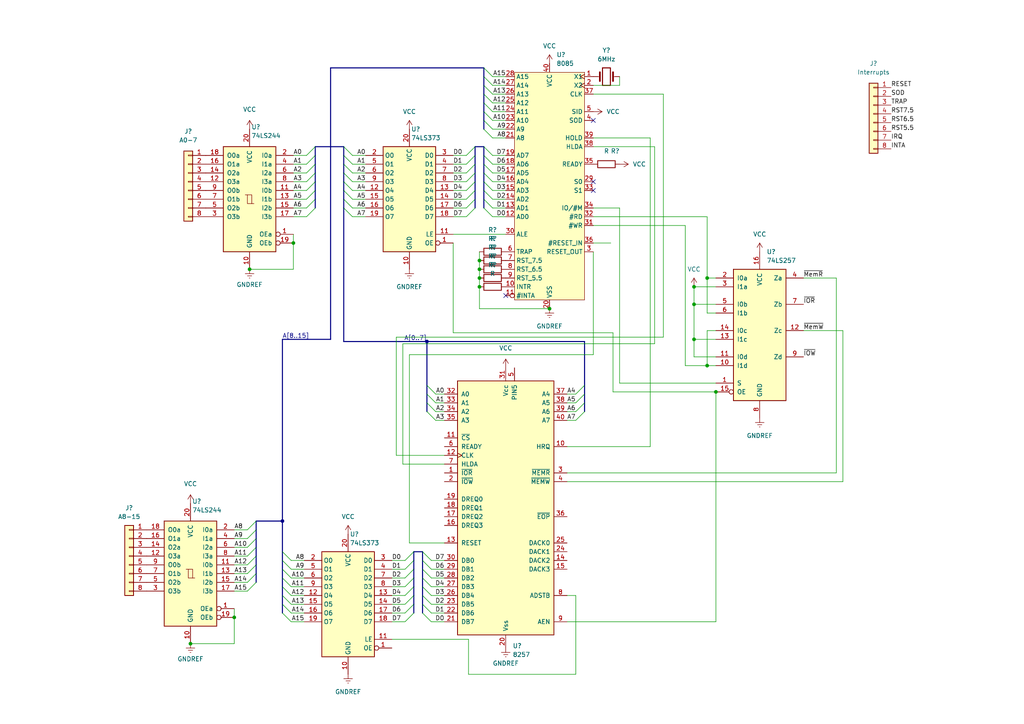
<source format=kicad_sch>
(kicad_sch (version 20211123) (generator eeschema)
  (paper "A4")
  (lib_symbols
    (symbol "74xx:74LS244" (pin_names (offset 1.016))
      (property "Reference" "U" (at -7.62 16.51 0))
      (property "Value" "74LS244" (at -7.62 -16.51 0))
      (symbol "74LS244_1_0"
        (polyline (pts (xy -0.635 -1.27) (xy -0.635 1.27) (xy 0.635 1.27)))
        (polyline (pts (xy -1.27 -1.27) (xy 0.635 -1.27) (xy 0.635 1.27) (xy 1.27 1.27)))
        (pin input inverted (at -12.7 -10.16 0) (length 5.08) (name "OEa") (number "1"))
        (pin power_in line (at 0 -20.32 90) (length 5.08) (name "GND") (number "10"))
        (pin input line (at -12.7 2.54 0) (length 5.08) (name "I0b") (number "11"))
        (pin tri_state line (at 12.7 5.08 180) (length 5.08) (name "O3a") (number "12"))
        (pin input line (at -12.7 0 0) (length 5.08) (name "I1b") (number "13"))
        (pin tri_state line (at 12.7 7.62 180) (length 5.08) (name "O2a") (number "14"))
        (pin input line (at -12.7 -2.54 0) (length 5.08) (name "I2b") (number "15"))
        (pin tri_state line (at 12.7 10.16 180) (length 5.08) (name "O1a") (number "16"))
        (pin input line (at -12.7 -5.08 0) (length 5.08) (name "I3b") (number "17"))
        (pin tri_state line (at 12.7 12.7 180) (length 5.08) (name "O0a") (number "18"))
        (pin input inverted (at -12.7 -12.7 0) (length 5.08) (name "OEb") (number "19"))
        (pin input line (at -12.7 12.7 0) (length 5.08) (name "I0a") (number "2"))
        (pin power_in line (at 0 20.32 270) (length 5.08) (name "VCC") (number "20"))
        (pin tri_state line (at 12.7 -5.08 180) (length 5.08) (name "O3b") (number "3"))
        (pin input line (at -12.7 10.16 0) (length 5.08) (name "I1a") (number "4"))
        (pin tri_state line (at 12.7 -2.54 180) (length 5.08) (name "O2b") (number "5"))
        (pin input line (at -12.7 7.62 0) (length 5.08) (name "I2a") (number "6"))
        (pin tri_state line (at 12.7 0 180) (length 5.08) (name "O1b") (number "7"))
        (pin input line (at -12.7 5.08 0) (length 5.08) (name "I3a") (number "8"))
        (pin tri_state line (at 12.7 2.54 180) (length 5.08) (name "O0b") (number "9"))
      )
      (symbol "74LS244_1_1"
        (rectangle (start -7.62 15.24) (end 7.62 -15.24) (stroke (width 0.254)) (fill (type background)))
      )
    )
    (symbol "74xx:74LS257" (pin_names (offset 1.016))
      (property "Reference" "U" (at -7.62 19.05 0))
      (property "Value" "74LS257" (at -7.62 -21.59 0))
      (symbol "74LS257_1_0"
        (pin input line (at -12.7 -15.24 0) (length 5.08) (name "S") (number "1"))
        (pin input line (at -12.7 -10.16 0) (length 5.08) (name "I1d") (number "10"))
        (pin input line (at -12.7 -7.62 0) (length 5.08) (name "I0d") (number "11"))
        (pin tri_state line (at 12.7 0 180) (length 5.08) (name "Zc") (number "12"))
        (pin input line (at -12.7 -2.54 0) (length 5.08) (name "I1c") (number "13"))
        (pin input line (at -12.7 0 0) (length 5.08) (name "I0c") (number "14"))
        (pin input inverted (at -12.7 -17.78 0) (length 5.08) (name "OE") (number "15"))
        (pin power_in line (at 0 22.86 270) (length 5.08) (name "VCC") (number "16"))
        (pin input line (at -12.7 15.24 0) (length 5.08) (name "I0a") (number "2"))
        (pin input line (at -12.7 12.7 0) (length 5.08) (name "I1a") (number "3"))
        (pin tri_state line (at 12.7 15.24 180) (length 5.08) (name "Za") (number "4"))
        (pin input line (at -12.7 7.62 0) (length 5.08) (name "I0b") (number "5"))
        (pin input line (at -12.7 5.08 0) (length 5.08) (name "I1b") (number "6"))
        (pin tri_state line (at 12.7 7.62 180) (length 5.08) (name "Zb") (number "7"))
        (pin power_in line (at 0 -25.4 90) (length 5.08) (name "GND") (number "8"))
        (pin tri_state line (at 12.7 -7.62 180) (length 5.08) (name "Zd") (number "9"))
      )
      (symbol "74LS257_1_1"
        (rectangle (start -7.62 17.78) (end 7.62 -20.32) (stroke (width 0.254)) (fill (type background)))
      )
    )
    (symbol "74xx:74LS373"
      (property "Reference" "U" (at -7.62 16.51 0))
      (property "Value" "74LS373" (at -7.62 -16.51 0))
      (symbol "74LS373_1_0"
        (pin input inverted (at -12.7 -12.7 0) (length 5.08) (name "OE") (number "1"))
        (pin power_in line (at 0 -20.32 90) (length 5.08) (name "GND") (number "10"))
        (pin input line (at -12.7 -10.16 0) (length 5.08) (name "LE") (number "11"))
        (pin tri_state line (at 12.7 2.54 180) (length 5.08) (name "O4") (number "12"))
        (pin input line (at -12.7 2.54 0) (length 5.08) (name "D4") (number "13"))
        (pin input line (at -12.7 0 0) (length 5.08) (name "D5") (number "14"))
        (pin tri_state line (at 12.7 0 180) (length 5.08) (name "O5") (number "15"))
        (pin tri_state line (at 12.7 -2.54 180) (length 5.08) (name "O6") (number "16"))
        (pin input line (at -12.7 -2.54 0) (length 5.08) (name "D6") (number "17"))
        (pin input line (at -12.7 -5.08 0) (length 5.08) (name "D7") (number "18"))
        (pin tri_state line (at 12.7 -5.08 180) (length 5.08) (name "O7") (number "19"))
        (pin tri_state line (at 12.7 12.7 180) (length 5.08) (name "O0") (number "2"))
        (pin power_in line (at 0 20.32 270) (length 5.08) (name "VCC") (number "20"))
        (pin input line (at -12.7 12.7 0) (length 5.08) (name "D0") (number "3"))
        (pin input line (at -12.7 10.16 0) (length 5.08) (name "D1") (number "4"))
        (pin tri_state line (at 12.7 10.16 180) (length 5.08) (name "O1") (number "5"))
        (pin tri_state line (at 12.7 7.62 180) (length 5.08) (name "O2") (number "6"))
        (pin input line (at -12.7 7.62 0) (length 5.08) (name "D2") (number "7"))
        (pin input line (at -12.7 5.08 0) (length 5.08) (name "D3") (number "8"))
        (pin tri_state line (at 12.7 5.08 180) (length 5.08) (name "O3") (number "9"))
      )
      (symbol "74LS373_1_1"
        (rectangle (start -7.62 15.24) (end 7.62 -15.24) (stroke (width 0.254)) (fill (type background)))
      )
    )
    (symbol "Connector_Generic:Conn_01x08" (pin_names (offset 1.016) hide)
      (property "Reference" "J" (at 0 10.16 0))
      (property "Value" "Conn_01x08" (at 0 -12.7 0))
      (symbol "Conn_01x08_1_1"
        (rectangle (start -1.27 -10.033) (end 0 -10.287) (stroke (width 0.1524)))
        (rectangle (start -1.27 -7.493) (end 0 -7.747) (stroke (width 0.1524)))
        (rectangle (start -1.27 -4.953) (end 0 -5.207) (stroke (width 0.1524)))
        (rectangle (start -1.27 -2.413) (end 0 -2.667) (stroke (width 0.1524)))
        (rectangle (start -1.27 0.127) (end 0 -0.127) (stroke (width 0.1524)))
        (rectangle (start -1.27 2.667) (end 0 2.413) (stroke (width 0.1524)))
        (rectangle (start -1.27 5.207) (end 0 4.953) (stroke (width 0.1524)))
        (rectangle (start -1.27 7.747) (end 0 7.493) (stroke (width 0.1524)))
        (rectangle (start -1.27 8.89) (end 1.27 -11.43) (stroke (width 0.254)) (fill (type background)))
        (pin passive line (at -5.08 7.62 0) (length 3.81) (name "Pin_1") (number "1"))
        (pin passive line (at -5.08 5.08 0) (length 3.81) (name "Pin_2") (number "2"))
        (pin passive line (at -5.08 2.54 0) (length 3.81) (name "Pin_3") (number "3"))
        (pin passive line (at -5.08 0 0) (length 3.81) (name "Pin_4") (number "4"))
        (pin passive line (at -5.08 -2.54 0) (length 3.81) (name "Pin_5") (number "5"))
        (pin passive line (at -5.08 -5.08 0) (length 3.81) (name "Pin_6") (number "6"))
        (pin passive line (at -5.08 -7.62 0) (length 3.81) (name "Pin_7") (number "7"))
        (pin passive line (at -5.08 -10.16 0) (length 3.81) (name "Pin_8") (number "8"))
      )
    )
    (symbol "Device:Crystal" (pin_numbers hide) (pin_names (offset 1.016) hide)
      (property "Reference" "Y" (at 0 3.81 0))
      (property "Value" "Crystal" (at 0 -3.81 0))
      (symbol "Crystal_0_1"
        (rectangle (start -1.143 2.54) (end 1.143 -2.54) (stroke (width 0.3048)))
        (polyline (pts (xy -2.54 0) (xy -1.905 0)))
        (polyline (pts (xy -1.905 -1.27) (xy -1.905 1.27)) (stroke (width 0.508)))
        (polyline (pts (xy 1.905 -1.27) (xy 1.905 1.27)) (stroke (width 0.508)))
        (polyline (pts (xy 2.54 0) (xy 1.905 0)))
      )
      (symbol "Crystal_1_1"
        (pin passive line (at -3.81 0 0) (length 1.27) (name "1") (number "1"))
        (pin passive line (at 3.81 0 180) (length 1.27) (name "2") (number "2"))
      )
    )
    (symbol "Device:R" (pin_numbers hide) (pin_names (offset 0))
      (property "Reference" "R" (at 2.032 0 90))
      (property "Value" "R" (at 0 0 90))
      (symbol "R_0_1"
        (rectangle (start -1.016 -2.54) (end 1.016 2.54) (stroke (width 0.254)))
      )
      (symbol "R_1_1"
        (pin passive line (at 0 3.81 270) (length 1.27) (name "~") (number "1"))
        (pin passive line (at 0 -3.81 90) (length 1.27) (name "~") (number "2"))
      )
    )
    (symbol "Interface:8237" (pin_names (offset 1.016))
      (property "Reference" "U" (at -13.97 38.1 0))
      (property "Value" "8237" (at 8.89 38.1 0))
      (symbol "8237_1_1"
        (rectangle (start -13.97 -36.83) (end 13.97 36.83) (stroke (width 0.254)) (fill (type background)))
        (pin bidirectional line (at -17.78 10.16 0) (length 3.81) (name "~{IOR}") (number "1"))
        (pin output line (at 17.78 17.78 180) (length 3.81) (name "HRQ") (number "10"))
        (pin input line (at -17.78 20.32 0) (length 3.81) (name "~{CS}") (number "11"))
        (pin input clock (at -17.78 15.24 0) (length 3.81) (name "CLK") (number "12"))
        (pin input line (at -17.78 -10.16 0) (length 3.81) (name "RESET") (number "13"))
        (pin output line (at 17.78 -15.24 180) (length 3.81) (name "DACK2") (number "14"))
        (pin output line (at 17.78 -17.78 180) (length 3.81) (name "DACK3") (number "15"))
        (pin input line (at -17.78 -5.08 0) (length 3.81) (name "DREQ3") (number "16"))
        (pin input line (at -17.78 -2.54 0) (length 3.81) (name "DREQ2") (number "17"))
        (pin input line (at -17.78 0 0) (length 3.81) (name "DREQ1") (number "18"))
        (pin input line (at -17.78 2.54 0) (length 3.81) (name "DREQ0") (number "19"))
        (pin bidirectional line (at -17.78 7.62 0) (length 3.81) (name "~{IOW}") (number "2"))
        (pin power_in line (at 0 -40.64 90) (length 3.81) (name "Vss") (number "20"))
        (pin bidirectional line (at -17.78 -33.02 0) (length 3.81) (name "DB7") (number "21"))
        (pin bidirectional line (at -17.78 -30.48 0) (length 3.81) (name "DB6") (number "22"))
        (pin bidirectional line (at -17.78 -27.94 0) (length 3.81) (name "DB5") (number "23"))
        (pin output line (at 17.78 -12.7 180) (length 3.81) (name "DACK1") (number "24"))
        (pin output line (at 17.78 -10.16 180) (length 3.81) (name "DACK0") (number "25"))
        (pin bidirectional line (at -17.78 -25.4 0) (length 3.81) (name "DB4") (number "26"))
        (pin bidirectional line (at -17.78 -22.86 0) (length 3.81) (name "DB3") (number "27"))
        (pin bidirectional line (at -17.78 -20.32 0) (length 3.81) (name "DB2") (number "28"))
        (pin bidirectional line (at -17.78 -17.78 0) (length 3.81) (name "DB1") (number "29"))
        (pin tri_state line (at 17.78 10.16 180) (length 3.81) (name "~{MEMR}") (number "3"))
        (pin bidirectional line (at -17.78 -15.24 0) (length 3.81) (name "DB0") (number "30"))
        (pin power_in line (at 0 40.64 270) (length 3.81) (name "Vcc") (number "31"))
        (pin bidirectional line (at -17.78 33.02 0) (length 3.81) (name "A0") (number "32"))
        (pin bidirectional line (at -17.78 30.48 0) (length 3.81) (name "A1") (number "33"))
        (pin bidirectional line (at -17.78 27.94 0) (length 3.81) (name "A2") (number "34"))
        (pin bidirectional line (at -17.78 25.4 0) (length 3.81) (name "A3") (number "35"))
        (pin bidirectional line (at 17.78 -2.54 180) (length 3.81) (name "~{EOP}") (number "36"))
        (pin tri_state line (at 17.78 33.02 180) (length 3.81) (name "A4") (number "37"))
        (pin tri_state line (at 17.78 30.48 180) (length 3.81) (name "A5") (number "38"))
        (pin tri_state line (at 17.78 27.94 180) (length 3.81) (name "A6") (number "39"))
        (pin tri_state line (at 17.78 7.62 180) (length 3.81) (name "~{MEMW}") (number "4"))
        (pin tri_state line (at 17.78 25.4 180) (length 3.81) (name "A7") (number "40"))
        (pin input line (at 2.54 40.64 270) (length 3.81) (name "PIN5") (number "5"))
        (pin input line (at -17.78 17.78 0) (length 3.81) (name "READY") (number "6"))
        (pin input line (at -17.78 12.7 0) (length 3.81) (name "HLDA") (number "7"))
        (pin output line (at 17.78 -25.4 180) (length 3.81) (name "ADSTB") (number "8"))
        (pin output line (at 17.78 -33.02 180) (length 3.81) (name "AEN") (number "9"))
      )
    )
    (symbol "intel-mcs-85:8085"
      (property "Reference" "U" (at -8.89 29.21 0))
      (property "Value" "8085" (at 7.62 29.21 0))
      (symbol "8085_0_1"
        (rectangle (start -10.16 27.94) (end 10.16 -38.1) (fill (type background)))
      )
      (symbol "8085_1_1"
        (pin input clock (at 12.7 26.67 180) (length 2.54) (name "X1") (number "1"))
        (pin input line (at -12.7 -34.29 0) (length 2.54) (name "INTR") (number "10"))
        (pin input inverted (at -12.7 -36.83 0) (length 2.54) (name "#INTA") (number "11"))
        (pin bidirectional line (at -12.7 -13.97 0) (length 2.54) (name "AD0") (number "12"))
        (pin bidirectional line (at -12.7 -11.43 0) (length 2.54) (name "AD1") (number "13"))
        (pin bidirectional line (at -12.7 -8.89 0) (length 2.54) (name "AD2") (number "14"))
        (pin bidirectional line (at -12.7 -6.35 0) (length 2.54) (name "AD3") (number "15"))
        (pin bidirectional line (at -12.7 -3.81 0) (length 2.54) (name "AD4") (number "16"))
        (pin bidirectional line (at -12.7 -1.27 0) (length 2.54) (name "AD5") (number "17"))
        (pin bidirectional line (at -12.7 1.27 0) (length 2.54) (name "AD6") (number "18"))
        (pin bidirectional line (at -12.7 3.81 0) (length 2.54) (name "AD7") (number "19"))
        (pin input clock (at 12.7 24.13 180) (length 2.54) (name "X2") (number "2"))
        (pin power_in line (at 0 -40.64 90) (length 2.54) (name "VSS") (number "20"))
        (pin tri_state line (at -12.7 8.89 0) (length 2.54) (name "A8") (number "21"))
        (pin tri_state line (at -12.7 11.43 0) (length 2.54) (name "A9") (number "22"))
        (pin tri_state line (at -12.7 13.97 0) (length 2.54) (name "A10") (number "23"))
        (pin tri_state line (at -12.7 16.51 0) (length 2.54) (name "A11") (number "24"))
        (pin tri_state line (at -12.7 19.05 0) (length 2.54) (name "A12") (number "25"))
        (pin tri_state line (at -12.7 21.59 0) (length 2.54) (name "A13") (number "26"))
        (pin tri_state line (at -12.7 24.13 0) (length 2.54) (name "A14") (number "27"))
        (pin tri_state line (at -12.7 26.67 0) (length 2.54) (name "A15") (number "28"))
        (pin output line (at 12.7 -3.81 180) (length 2.54) (name "S0") (number "29"))
        (pin output line (at 12.7 -24.13 180) (length 2.54) (name "RESET_OUT") (number "3"))
        (pin output line (at -12.7 -19.05 0) (length 2.54) (name "ALE") (number "30"))
        (pin tri_state line (at 12.7 -16.51 180) (length 2.54) (name "#WR") (number "31"))
        (pin tri_state line (at 12.7 -13.97 180) (length 2.54) (name "#RD") (number "32"))
        (pin output line (at 12.7 -6.35 180) (length 2.54) (name "S1") (number "33"))
        (pin tri_state line (at 12.7 -11.43 180) (length 2.54) (name "IO/#M") (number "34"))
        (pin input line (at 12.7 1.27 180) (length 2.54) (name "READY") (number "35"))
        (pin input line (at 12.7 -21.59 180) (length 2.54) (name "#RESET_IN") (number "36"))
        (pin output line (at 12.7 21.59 180) (length 2.54) (name "CLK") (number "37"))
        (pin output line (at 12.7 6.35 180) (length 2.54) (name "HLDA") (number "38"))
        (pin input line (at 12.7 8.89 180) (length 2.54) (name "HOLD") (number "39"))
        (pin output line (at 12.7 13.97 180) (length 2.54) (name "SOD") (number "4"))
        (pin power_in line (at 0 30.48 270) (length 2.54) (name "VCC") (number "40"))
        (pin input line (at 12.7 16.51 180) (length 2.54) (name "SID") (number "5"))
        (pin input line (at -12.7 -24.13 0) (length 2.54) (name "TRAP") (number "6"))
        (pin input line (at -12.7 -26.67 0) (length 2.54) (name "RST_7.5") (number "7"))
        (pin input line (at -12.7 -29.21 0) (length 2.54) (name "RST_6.5") (number "8"))
        (pin input line (at -12.7 -31.75 0) (length 2.54) (name "RST_5.5") (number "9"))
      )
    )
    (symbol "power:GNDREF" (power) (pin_names (offset 0))
      (property "Value" "GNDREF" (at 0 -3.81 0))
      (symbol "GNDREF_0_1"
        (polyline (pts (xy -0.635 -1.905) (xy 0.635 -1.905)))
        (polyline (pts (xy -0.127 -2.54) (xy 0.127 -2.54)))
        (polyline (pts (xy 0 -1.27) (xy 0 0)))
        (polyline (pts (xy 1.27 -1.27) (xy -1.27 -1.27)))
      )
      (symbol "GNDREF_1_1"
        (pin power_in line (at 0 0 270) (length 0) hide (name "GNDREF") (number "1"))
      )
    )
    (symbol "power:VCC" (power) (pin_names (offset 0))
      (property "Value" "VCC" (at 0 3.81 0))
      (symbol "VCC_0_1"
        (polyline (pts (xy -0.762 1.27) (xy 0 2.54)))
        (polyline (pts (xy 0 0) (xy 0 2.54)))
        (polyline (pts (xy 0 2.54) (xy 0.762 1.27)))
      )
      (symbol "VCC_1_1"
        (pin power_in line (at 0 0 90) (length 0) hide (name "VCC") (number "1"))
      )
    )
  )
  (junction (at 123.825 99.06))
  (junction (at 201.295 98.425))
  (junction (at 55.245 186.69))
  (junction (at 205.105 106.045))
  (junction (at 207.645 113.665))
  (junction (at 139.065 80.645))
  (junction (at 81.915 151.13))
  (junction (at 139.065 75.565))
  (junction (at 85.09 70.485))
  (junction (at 201.295 83.185))
  (junction (at 201.295 88.265))
  (junction (at 205.105 80.645))
  (junction (at 67.945 179.07))
  (junction (at 72.39 78.105))
  (junction (at 139.065 83.185))
  (junction (at 159.385 89.535))
  (junction (at 139.065 78.105))
  (no_connect (at 172.085 34.925))
  (no_connect (at 146.685 85.725))
  (no_connect (at 172.085 55.245))
  (no_connect (at 172.085 52.705))
  (bus_entry (at 169.545 111.76) (size -2.54 2.54))
  (bus_entry (at 81.915 172.72) (size 2.54 2.54))
  (bus_entry (at 81.915 165.1) (size 2.54 2.54))
  (bus_entry (at 122.555 167.64) (size 2.54 2.54))
  (bus_entry (at 81.915 162.56) (size 2.54 2.54))
  (bus_entry (at 140.335 24.765) (size 2.54 2.54))
  (bus_entry (at 91.44 60.325) (size -2.54 2.54))
  (bus_entry (at 81.915 167.64) (size 2.54 2.54))
  (bus_entry (at 140.335 60.325) (size 2.54 2.54))
  (bus_entry (at 120.015 167.64) (size -2.54 2.54))
  (bus_entry (at 123.825 116.84) (size 2.54 2.54))
  (bus_entry (at 122.555 175.26) (size 2.54 2.54))
  (bus_entry (at 123.825 114.3) (size 2.54 2.54))
  (bus_entry (at 140.335 47.625) (size 2.54 2.54))
  (bus_entry (at 120.015 170.18) (size -2.54 2.54))
  (bus_entry (at 122.555 162.56) (size 2.54 2.54))
  (bus_entry (at 169.545 119.38) (size -2.54 2.54))
  (bus_entry (at 140.335 42.545) (size 2.54 2.54))
  (bus_entry (at 140.335 34.925) (size 2.54 2.54))
  (bus_entry (at 122.555 165.1) (size 2.54 2.54))
  (bus_entry (at 140.335 29.845) (size 2.54 2.54))
  (bus_entry (at 122.555 170.18) (size 2.54 2.54))
  (bus_entry (at 120.015 162.56) (size -2.54 2.54))
  (bus_entry (at 140.335 50.165) (size 2.54 2.54))
  (bus_entry (at 140.335 52.705) (size 2.54 2.54))
  (bus_entry (at 140.335 57.785) (size 2.54 2.54))
  (bus_entry (at 122.555 160.02) (size 2.54 2.54))
  (bus_entry (at 74.295 168.91) (size -2.54 2.54))
  (bus_entry (at 81.915 177.8) (size 2.54 2.54))
  (bus_entry (at 140.335 27.305) (size 2.54 2.54))
  (bus_entry (at 120.015 160.02) (size -2.54 2.54))
  (bus_entry (at 169.545 116.84) (size -2.54 2.54))
  (bus_entry (at 74.295 163.83) (size -2.54 2.54))
  (bus_entry (at 137.795 55.245) (size -2.54 2.54))
  (bus_entry (at 137.795 50.165) (size -2.54 2.54))
  (bus_entry (at 74.295 158.75) (size -2.54 2.54))
  (bus_entry (at 74.295 156.21) (size -2.54 2.54))
  (bus_entry (at 91.44 57.785) (size -2.54 2.54))
  (bus_entry (at 137.795 47.625) (size -2.54 2.54))
  (bus_entry (at 169.545 114.3) (size -2.54 2.54))
  (bus_entry (at 81.915 170.18) (size 2.54 2.54))
  (bus_entry (at 140.335 55.245) (size 2.54 2.54))
  (bus_entry (at 99.695 42.545) (size 2.54 2.54))
  (bus_entry (at 140.335 32.385) (size 2.54 2.54))
  (bus_entry (at 140.335 19.685) (size 2.54 2.54))
  (bus_entry (at 91.44 55.245) (size -2.54 2.54))
  (bus_entry (at 120.015 165.1) (size -2.54 2.54))
  (bus_entry (at 91.44 47.625) (size -2.54 2.54))
  (bus_entry (at 81.915 175.26) (size 2.54 2.54))
  (bus_entry (at 123.825 111.76) (size 2.54 2.54))
  (bus_entry (at 99.695 45.085) (size 2.54 2.54))
  (bus_entry (at 140.335 45.085) (size 2.54 2.54))
  (bus_entry (at 123.825 119.38) (size 2.54 2.54))
  (bus_entry (at 74.295 166.37) (size -2.54 2.54))
  (bus_entry (at 122.555 172.72) (size 2.54 2.54))
  (bus_entry (at 74.295 161.29) (size -2.54 2.54))
  (bus_entry (at 137.795 60.325) (size -2.54 2.54))
  (bus_entry (at 81.915 160.02) (size 2.54 2.54))
  (bus_entry (at 137.795 57.785) (size -2.54 2.54))
  (bus_entry (at 99.695 50.165) (size 2.54 2.54))
  (bus_entry (at 91.44 45.085) (size -2.54 2.54))
  (bus_entry (at 99.695 60.325) (size 2.54 2.54))
  (bus_entry (at 137.795 42.545) (size -2.54 2.54))
  (bus_entry (at 120.015 177.8) (size -2.54 2.54))
  (bus_entry (at 99.695 47.625) (size 2.54 2.54))
  (bus_entry (at 91.44 52.705) (size -2.54 2.54))
  (bus_entry (at 140.335 37.465) (size 2.54 2.54))
  (bus_entry (at 99.695 55.245) (size 2.54 2.54))
  (bus_entry (at 137.795 45.085) (size -2.54 2.54))
  (bus_entry (at 120.015 175.26) (size -2.54 2.54))
  (bus_entry (at 140.335 22.225) (size 2.54 2.54))
  (bus_entry (at 120.015 172.72) (size -2.54 2.54))
  (bus_entry (at 74.295 151.13) (size -2.54 2.54))
  (bus_entry (at 91.44 42.545) (size -2.54 2.54))
  (bus_entry (at 137.795 52.705) (size -2.54 2.54))
  (bus_entry (at 91.44 50.165) (size -2.54 2.54))
  (bus_entry (at 99.695 57.785) (size 2.54 2.54))
  (bus_entry (at 99.695 52.705) (size 2.54 2.54))
  (bus_entry (at 74.295 153.67) (size -2.54 2.54))
  (bus_entry (at 122.555 177.8) (size 2.54 2.54))
  (wire (pts (xy 164.465 139.7) (xy 244.475 139.7)))
  (wire (pts (xy 71.755 153.67) (xy 67.945 153.67)))
  (bus (pts (xy 81.915 175.26) (xy 81.915 177.8)))
  (wire (pts (xy 172.085 65.405) (xy 198.755 65.405)))
  (wire (pts (xy 125.095 170.18) (xy 128.905 170.18)))
  (wire (pts (xy 201.295 98.425) (xy 207.645 98.425)))
  (wire (pts (xy 142.875 27.305) (xy 146.685 27.305)))
  (wire (pts (xy 177.8 113.665) (xy 207.645 113.665)))
  (wire (pts (xy 135.255 57.785) (xy 131.445 57.785)))
  (bus (pts (xy 122.555 170.18) (xy 122.555 172.72)))
  (bus (pts (xy 137.795 60.325) (xy 137.795 57.785)))
  (wire (pts (xy 102.235 57.785) (xy 106.045 57.785)))
  (wire (pts (xy 167.005 195.58) (xy 167.005 172.72)))
  (wire (pts (xy 205.105 80.645) (xy 205.105 62.865)))
  (wire (pts (xy 71.755 156.21) (xy 67.945 156.21)))
  (wire (pts (xy 135.255 52.705) (xy 131.445 52.705)))
  (wire (pts (xy 84.455 165.1) (xy 88.265 165.1)))
  (wire (pts (xy 188.595 129.54) (xy 164.465 129.54)))
  (wire (pts (xy 128.905 134.62) (xy 116.84 134.62)))
  (bus (pts (xy 137.795 52.705) (xy 137.795 50.165)))
  (wire (pts (xy 117.475 175.26) (xy 113.665 175.26)))
  (bus (pts (xy 140.335 34.925) (xy 140.335 37.465)))
  (bus (pts (xy 137.795 55.245) (xy 137.795 52.705)))
  (wire (pts (xy 135.255 45.085) (xy 131.445 45.085)))
  (wire (pts (xy 142.875 34.925) (xy 146.685 34.925)))
  (bus (pts (xy 137.795 50.165) (xy 137.795 47.625)))
  (wire (pts (xy 84.455 175.26) (xy 88.265 175.26)))
  (wire (pts (xy 142.875 50.165) (xy 146.685 50.165)))
  (bus (pts (xy 140.335 47.625) (xy 140.335 50.165)))
  (wire (pts (xy 102.235 62.865) (xy 106.045 62.865)))
  (bus (pts (xy 122.555 175.26) (xy 122.555 177.8)))
  (bus (pts (xy 137.795 45.085) (xy 137.795 42.545)))
  (bus (pts (xy 140.335 57.785) (xy 140.335 60.325)))
  (bus (pts (xy 120.015 172.72) (xy 120.015 170.18)))
  (wire (pts (xy 88.9 52.705) (xy 85.09 52.705)))
  (wire (pts (xy 135.255 47.625) (xy 131.445 47.625)))
  (wire (pts (xy 71.755 168.91) (xy 67.945 168.91)))
  (wire (pts (xy 244.475 139.7) (xy 244.475 95.885)))
  (bus (pts (xy 120.015 165.1) (xy 120.015 162.56)))
  (wire (pts (xy 125.095 175.26) (xy 128.905 175.26)))
  (bus (pts (xy 81.915 98.425) (xy 95.885 98.425)))
  (wire (pts (xy 116.84 99.695) (xy 189.865 99.695)))
  (wire (pts (xy 142.875 32.385) (xy 146.685 32.385)))
  (wire (pts (xy 88.9 60.325) (xy 85.09 60.325)))
  (wire (pts (xy 117.475 177.8) (xy 113.665 177.8)))
  (wire (pts (xy 85.09 67.945) (xy 85.09 70.485)))
  (wire (pts (xy 201.295 83.185) (xy 207.645 83.185)))
  (bus (pts (xy 74.295 163.83) (xy 74.295 166.37)))
  (wire (pts (xy 125.095 162.56) (xy 128.905 162.56)))
  (wire (pts (xy 142.875 37.465) (xy 146.685 37.465)))
  (bus (pts (xy 91.44 55.245) (xy 91.44 57.785)))
  (wire (pts (xy 179.705 24.765) (xy 179.705 22.225)))
  (wire (pts (xy 207.645 103.505) (xy 201.295 103.505)))
  (wire (pts (xy 135.255 62.865) (xy 131.445 62.865)))
  (wire (pts (xy 135.89 195.58) (xy 167.005 195.58)))
  (wire (pts (xy 102.235 52.705) (xy 106.045 52.705)))
  (bus (pts (xy 120.015 170.18) (xy 120.015 167.64)))
  (wire (pts (xy 84.455 172.72) (xy 88.265 172.72)))
  (bus (pts (xy 169.545 119.38) (xy 169.545 116.84)))
  (wire (pts (xy 84.455 162.56) (xy 88.265 162.56)))
  (wire (pts (xy 179.705 60.325) (xy 179.705 111.125)))
  (bus (pts (xy 99.695 47.625) (xy 99.695 50.165)))
  (wire (pts (xy 67.945 179.07) (xy 67.945 186.69)))
  (wire (pts (xy 84.455 180.34) (xy 88.265 180.34)))
  (bus (pts (xy 91.44 57.785) (xy 91.44 60.325)))
  (bus (pts (xy 140.335 50.165) (xy 140.335 52.705)))
  (wire (pts (xy 188.595 40.005) (xy 188.595 129.54)))
  (wire (pts (xy 117.475 167.64) (xy 113.665 167.64)))
  (wire (pts (xy 164.465 180.34) (xy 207.645 180.34)))
  (wire (pts (xy 135.255 55.245) (xy 131.445 55.245)))
  (bus (pts (xy 81.915 165.1) (xy 81.915 167.64)))
  (bus (pts (xy 169.545 116.84) (xy 169.545 114.3)))
  (wire (pts (xy 88.9 47.625) (xy 85.09 47.625)))
  (bus (pts (xy 123.825 99.06) (xy 123.825 111.76)))
  (bus (pts (xy 74.295 166.37) (xy 74.295 168.91)))
  (wire (pts (xy 198.755 65.405) (xy 198.755 106.045)))
  (wire (pts (xy 207.645 90.805) (xy 205.105 90.805)))
  (bus (pts (xy 122.555 165.1) (xy 122.555 167.64)))
  (bus (pts (xy 91.44 47.625) (xy 91.44 50.165)))
  (bus (pts (xy 137.795 57.785) (xy 137.795 55.245)))
  (wire (pts (xy 167.005 172.72) (xy 164.465 172.72)))
  (wire (pts (xy 102.235 55.245) (xy 106.045 55.245)))
  (wire (pts (xy 126.365 116.84) (xy 128.905 116.84)))
  (wire (pts (xy 116.84 134.62) (xy 116.84 99.695)))
  (wire (pts (xy 205.105 80.645) (xy 207.645 80.645)))
  (wire (pts (xy 205.105 90.805) (xy 205.105 80.645)))
  (bus (pts (xy 91.44 52.705) (xy 91.44 55.245)))
  (wire (pts (xy 172.085 70.485) (xy 177.165 70.485)))
  (wire (pts (xy 139.065 75.565) (xy 139.065 78.105)))
  (wire (pts (xy 71.755 163.83) (xy 67.945 163.83)))
  (wire (pts (xy 172.085 62.865) (xy 205.105 62.865)))
  (wire (pts (xy 102.235 47.625) (xy 106.045 47.625)))
  (wire (pts (xy 207.645 106.045) (xy 205.105 106.045)))
  (wire (pts (xy 142.875 62.865) (xy 146.685 62.865)))
  (wire (pts (xy 179.705 60.325) (xy 172.085 60.325)))
  (bus (pts (xy 99.695 60.325) (xy 99.695 99.06)))
  (wire (pts (xy 172.085 102.87) (xy 118.745 102.87)))
  (wire (pts (xy 131.445 96.52) (xy 177.8 96.52)))
  (wire (pts (xy 117.475 165.1) (xy 113.665 165.1)))
  (wire (pts (xy 172.085 24.765) (xy 179.705 24.765)))
  (bus (pts (xy 99.695 55.245) (xy 99.695 57.785)))
  (bus (pts (xy 74.295 151.13) (xy 74.295 153.67)))
  (wire (pts (xy 189.865 42.545) (xy 189.865 99.695)))
  (wire (pts (xy 164.465 137.16) (xy 242.57 137.16)))
  (wire (pts (xy 201.295 88.265) (xy 207.645 88.265)))
  (wire (pts (xy 135.89 185.42) (xy 135.89 195.58)))
  (wire (pts (xy 71.755 166.37) (xy 67.945 166.37)))
  (wire (pts (xy 201.295 88.265) (xy 201.295 83.185)))
  (bus (pts (xy 81.915 167.64) (xy 81.915 170.18)))
  (wire (pts (xy 131.445 70.485) (xy 131.445 96.52)))
  (wire (pts (xy 135.255 50.165) (xy 131.445 50.165)))
  (wire (pts (xy 125.095 165.1) (xy 128.905 165.1)))
  (bus (pts (xy 122.555 160.02) (xy 122.555 162.56)))
  (wire (pts (xy 179.705 111.125) (xy 207.645 111.125)))
  (wire (pts (xy 125.095 172.72) (xy 128.905 172.72)))
  (wire (pts (xy 139.065 78.105) (xy 139.065 80.645)))
  (bus (pts (xy 95.885 98.425) (xy 95.885 19.685)))
  (wire (pts (xy 142.875 22.225) (xy 146.685 22.225)))
  (bus (pts (xy 169.545 114.3) (xy 169.545 111.76)))
  (bus (pts (xy 91.44 42.545) (xy 91.44 45.085)))
  (wire (pts (xy 126.365 114.3) (xy 128.905 114.3)))
  (wire (pts (xy 71.755 171.45) (xy 67.945 171.45)))
  (wire (pts (xy 125.095 167.64) (xy 128.905 167.64)))
  (wire (pts (xy 172.085 42.545) (xy 189.865 42.545)))
  (bus (pts (xy 120.015 167.64) (xy 120.015 165.1)))
  (wire (pts (xy 198.755 106.045) (xy 205.105 106.045)))
  (bus (pts (xy 140.335 55.245) (xy 140.335 57.785)))
  (bus (pts (xy 122.555 172.72) (xy 122.555 175.26)))
  (wire (pts (xy 88.9 50.165) (xy 85.09 50.165)))
  (wire (pts (xy 142.875 24.765) (xy 146.685 24.765)))
  (wire (pts (xy 88.9 55.245) (xy 85.09 55.245)))
  (wire (pts (xy 114.935 97.79) (xy 114.935 132.08)))
  (wire (pts (xy 164.465 114.3) (xy 167.005 114.3)))
  (wire (pts (xy 201.295 98.425) (xy 201.295 88.265)))
  (wire (pts (xy 84.455 170.18) (xy 88.265 170.18)))
  (bus (pts (xy 120.015 160.02) (xy 122.555 160.02)))
  (wire (pts (xy 142.875 40.005) (xy 146.685 40.005)))
  (bus (pts (xy 91.44 50.165) (xy 91.44 52.705)))
  (wire (pts (xy 126.365 119.38) (xy 128.905 119.38)))
  (bus (pts (xy 99.695 57.785) (xy 99.695 60.325)))
  (wire (pts (xy 244.475 95.885) (xy 233.045 95.885)))
  (wire (pts (xy 85.09 70.485) (xy 85.09 78.105)))
  (wire (pts (xy 142.875 45.085) (xy 146.685 45.085)))
  (wire (pts (xy 84.455 177.8) (xy 88.265 177.8)))
  (bus (pts (xy 74.295 158.75) (xy 74.295 161.29)))
  (wire (pts (xy 139.065 89.535) (xy 159.385 89.535)))
  (wire (pts (xy 85.09 78.105) (xy 72.39 78.105)))
  (wire (pts (xy 102.235 60.325) (xy 106.045 60.325)))
  (bus (pts (xy 81.915 160.02) (xy 81.915 151.13)))
  (wire (pts (xy 172.085 40.005) (xy 188.595 40.005)))
  (wire (pts (xy 84.455 167.64) (xy 88.265 167.64)))
  (wire (pts (xy 139.065 73.025) (xy 139.065 75.565)))
  (bus (pts (xy 74.295 153.67) (xy 74.295 156.21)))
  (bus (pts (xy 99.695 45.085) (xy 99.695 47.625)))
  (bus (pts (xy 140.335 45.085) (xy 140.335 47.625)))
  (wire (pts (xy 118.745 102.87) (xy 118.745 157.48)))
  (bus (pts (xy 120.015 175.26) (xy 120.015 172.72)))
  (bus (pts (xy 140.335 29.845) (xy 140.335 32.385)))
  (bus (pts (xy 123.825 111.76) (xy 123.825 114.3)))
  (bus (pts (xy 99.695 52.705) (xy 99.695 55.245)))
  (bus (pts (xy 74.295 161.29) (xy 74.295 163.83)))
  (wire (pts (xy 131.445 67.945) (xy 146.685 67.945)))
  (wire (pts (xy 113.665 185.42) (xy 135.89 185.42)))
  (bus (pts (xy 81.915 170.18) (xy 81.915 172.72)))
  (wire (pts (xy 242.57 80.645) (xy 233.045 80.645)))
  (wire (pts (xy 102.235 50.165) (xy 106.045 50.165)))
  (bus (pts (xy 140.335 22.225) (xy 140.335 24.765)))
  (bus (pts (xy 122.555 167.64) (xy 122.555 170.18)))
  (wire (pts (xy 192.405 97.79) (xy 114.935 97.79)))
  (bus (pts (xy 95.885 19.685) (xy 140.335 19.685)))
  (wire (pts (xy 164.465 119.38) (xy 167.005 119.38)))
  (wire (pts (xy 117.475 170.18) (xy 113.665 170.18)))
  (wire (pts (xy 172.085 27.305) (xy 192.405 27.305)))
  (wire (pts (xy 164.465 116.84) (xy 167.005 116.84)))
  (wire (pts (xy 139.065 80.645) (xy 139.065 83.185)))
  (bus (pts (xy 140.335 52.705) (xy 140.335 55.245)))
  (wire (pts (xy 242.57 137.16) (xy 242.57 80.645)))
  (wire (pts (xy 88.9 45.085) (xy 85.09 45.085)))
  (wire (pts (xy 88.9 57.785) (xy 85.09 57.785)))
  (wire (pts (xy 125.095 180.34) (xy 128.905 180.34)))
  (wire (pts (xy 128.905 121.92) (xy 126.365 121.92)))
  (wire (pts (xy 177.8 96.52) (xy 177.8 113.665)))
  (wire (pts (xy 205.105 95.885) (xy 207.645 95.885)))
  (wire (pts (xy 117.475 172.72) (xy 113.665 172.72)))
  (bus (pts (xy 81.915 160.02) (xy 81.915 162.56)))
  (wire (pts (xy 142.875 47.625) (xy 146.685 47.625)))
  (bus (pts (xy 120.015 162.56) (xy 120.015 160.02)))
  (bus (pts (xy 140.335 42.545) (xy 140.335 45.085)))
  (wire (pts (xy 135.255 60.325) (xy 131.445 60.325)))
  (bus (pts (xy 122.555 162.56) (xy 122.555 165.1)))
  (wire (pts (xy 142.875 55.245) (xy 146.685 55.245)))
  (wire (pts (xy 67.945 176.53) (xy 67.945 179.07)))
  (wire (pts (xy 142.875 29.845) (xy 146.685 29.845)))
  (bus (pts (xy 91.44 45.085) (xy 91.44 47.625)))
  (bus (pts (xy 123.825 116.84) (xy 123.825 119.38)))
  (wire (pts (xy 71.755 158.75) (xy 67.945 158.75)))
  (wire (pts (xy 207.645 180.34) (xy 207.645 113.665)))
  (wire (pts (xy 118.745 157.48) (xy 128.905 157.48)))
  (wire (pts (xy 192.405 27.305) (xy 192.405 97.79)))
  (wire (pts (xy 117.475 180.34) (xy 113.665 180.34)))
  (wire (pts (xy 142.875 60.325) (xy 146.685 60.325)))
  (wire (pts (xy 67.945 186.69) (xy 55.245 186.69)))
  (bus (pts (xy 123.825 114.3) (xy 123.825 116.84)))
  (wire (pts (xy 205.105 106.045) (xy 205.105 95.885)))
  (wire (pts (xy 142.875 52.705) (xy 146.685 52.705)))
  (wire (pts (xy 201.295 103.505) (xy 201.295 98.425)))
  (bus (pts (xy 99.695 50.165) (xy 99.695 52.705)))
  (wire (pts (xy 125.095 177.8) (xy 128.905 177.8)))
  (wire (pts (xy 71.755 161.29) (xy 67.945 161.29)))
  (wire (pts (xy 114.935 132.08) (xy 128.905 132.08)))
  (wire (pts (xy 102.235 45.085) (xy 106.045 45.085)))
  (wire (pts (xy 164.465 121.92) (xy 167.005 121.92)))
  (bus (pts (xy 81.915 172.72) (xy 81.915 175.26)))
  (bus (pts (xy 99.695 42.545) (xy 99.695 45.085)))
  (bus (pts (xy 120.015 177.8) (xy 120.015 175.26)))
  (bus (pts (xy 169.545 99.06) (xy 123.825 99.06)))
  (wire (pts (xy 117.475 162.56) (xy 113.665 162.56)))
  (wire (pts (xy 139.065 83.185) (xy 139.065 89.535)))
  (bus (pts (xy 140.335 24.765) (xy 140.335 27.305)))
  (wire (pts (xy 142.875 57.785) (xy 146.685 57.785)))
  (bus (pts (xy 99.695 99.06) (xy 123.825 99.06)))
  (bus (pts (xy 140.335 27.305) (xy 140.335 29.845)))
  (bus (pts (xy 74.295 151.13) (xy 81.915 151.13)))
  (bus (pts (xy 137.795 42.545) (xy 140.335 42.545)))
  (bus (pts (xy 140.335 19.685) (xy 140.335 22.225)))
  (wire (pts (xy 172.085 73.025) (xy 172.085 102.87)))
  (bus (pts (xy 74.295 156.21) (xy 74.295 158.75)))
  (bus (pts (xy 91.44 42.545) (xy 99.695 42.545)))
  (bus (pts (xy 140.335 32.385) (xy 140.335 34.925)))
  (bus (pts (xy 169.545 111.76) (xy 169.545 99.06)))
  (bus (pts (xy 137.795 47.625) (xy 137.795 45.085)))
  (wire (pts (xy 88.9 62.865) (xy 85.09 62.865)))
  (bus (pts (xy 81.915 151.13) (xy 81.915 98.425)))
  (bus (pts (xy 81.915 162.56) (xy 81.915 165.1)))
  (label "D7" (at 113.665 180.34 0))
  (label "~{IOR}" (at 233.045 88.265 0))
  (label "D1" (at 113.665 165.1 0))
  (label "A2" (at 128.905 119.38 180))
  (label "A14" (at 146.685 24.765 180))
  (label "D7" (at 146.685 45.085 180))
  (label "SOD" (at 258.445 27.94 0))
  (label "D2" (at 131.445 50.165 0))
  (label "TRAP" (at 258.445 30.48 0))
  (label "A12" (at 67.945 163.83 0))
  (label "A10" (at 146.685 34.925 180))
  (label "D2" (at 113.665 167.64 0))
  (label "A2" (at 85.09 50.165 0))
  (label "D0" (at 146.685 62.865 180))
  (label "D4" (at 113.665 172.72 0))
  (label "D1" (at 131.445 47.625 0))
  (label "D4" (at 131.445 55.245 0))
  (label "A6" (at 106.045 60.325 180))
  (label "D5" (at 128.905 167.64 180))
  (label "A5" (at 85.09 57.785 0))
  (label "A14" (at 88.265 177.8 180))
  (label "A4" (at 85.09 55.245 0))
  (label "A9" (at 146.685 37.465 180))
  (label "D1" (at 128.905 177.8 180))
  (label "A5" (at 106.045 57.785 180))
  (label "D0" (at 128.905 180.34 180))
  (label "A14" (at 67.945 168.91 0))
  (label "D2" (at 146.685 57.785 180))
  (label "D6" (at 128.905 165.1 180))
  (label "D5" (at 131.445 57.785 0))
  (label "D2" (at 128.905 175.26 180))
  (label "RST7.5" (at 258.445 33.02 0))
  (label "A4" (at 164.465 114.3 0))
  (label "A12" (at 146.685 29.845 180))
  (label "D0" (at 131.445 45.085 0))
  (label "A6" (at 164.465 119.38 0))
  (label "D3" (at 131.445 52.705 0))
  (label "D3" (at 128.905 172.72 180))
  (label "A3" (at 128.905 121.92 180))
  (label "D6" (at 113.665 177.8 0))
  (label "D7" (at 131.445 62.865 0))
  (label "A8" (at 146.685 40.005 180))
  (label "A2" (at 106.045 50.165 180))
  (label "A7" (at 106.045 62.865 180))
  (label "A8" (at 67.945 153.67 0))
  (label "A15" (at 67.945 171.45 0))
  (label "A1" (at 106.045 47.625 180))
  (label "D3" (at 146.685 55.245 180))
  (label "A3" (at 85.09 52.705 0))
  (label "A0" (at 85.09 45.085 0))
  (label "D5" (at 113.665 175.26 0))
  (label "A15" (at 146.685 22.225 180))
  (label "A6" (at 85.09 60.325 0))
  (label "A9" (at 88.265 165.1 180))
  (label "A13" (at 88.265 175.26 180))
  (label "RST6.5" (at 258.445 35.56 0))
  (label "A5" (at 164.465 116.84 0))
  (label "A11" (at 88.265 170.18 180))
  (label "A12" (at 88.265 172.72 180))
  (label "D7" (at 128.905 162.56 180))
  (label "A7" (at 164.465 121.92 0))
  (label "D6" (at 146.685 47.625 180))
  (label "A15" (at 88.265 180.34 180))
  (label "D3" (at 113.665 170.18 0))
  (label "~{MemW}" (at 233.045 95.885 0))
  (label "A10" (at 88.265 167.64 180))
  (label "A0" (at 106.045 45.085 180))
  (label "RST5.5" (at 258.445 38.1 0))
  (label "A[8..15]" (at 81.915 98.425 0))
  (label "INTA" (at 258.445 43.18 0))
  (label "D4" (at 146.685 52.705 180))
  (label "D4" (at 128.905 170.18 180))
  (label "D1" (at 146.685 60.325 180))
  (label "D5" (at 146.685 50.165 180))
  (label "A10" (at 67.945 158.75 0))
  (label "D6" (at 131.445 60.325 0))
  (label "A8" (at 88.265 162.56 180))
  (label "A9" (at 67.945 156.21 0))
  (label "~{IOW}" (at 233.045 103.505 0))
  (label "A11" (at 67.945 161.29 0))
  (label "A3" (at 106.045 52.705 180))
  (label "~{MemR}" (at 233.045 80.645 0))
  (label "RESET" (at 258.445 25.4 0))
  (label "A1" (at 128.905 116.84 180))
  (label "A7" (at 85.09 62.865 0))
  (label "A11" (at 146.685 32.385 180))
  (label "D0" (at 113.665 162.56 0))
  (label "A1" (at 85.09 47.625 0))
  (label "A13" (at 67.945 166.37 0))
  (label "A[0..7]" (at 123.825 99.06 180))
  (label "A13" (at 146.685 27.305 180))
  (label "A0" (at 128.905 114.3 180))
  (label "IRQ" (at 258.445 40.64 0))
  (label "A4" (at 106.045 55.245 180))
  (symbol (lib_id "power:VCC") (at 118.745 37.465 0) (unit 1)
    (property "Reference" "#PWR?" (effects hide))
    (property "Value" "VCC" (at 118.745 32.385 0))
  )
  (symbol (lib_id "Device:R") (at 142.875 80.645 90) (unit 1)
    (property "Reference" "R?" (at 142.875 74.295 90))
    (property "Value" "R" (at 142.875 76.835 90))
  )
  (symbol (lib_id "power:GNDREF") (at 55.245 186.69 0) (unit 1)
    (property "Reference" "#PWR?" (effects hide))
    (property "Value" "GNDREF" (at 55.245 191.135 0))
  )
  (symbol (lib_id "Connector_Generic:Conn_01x08") (at 54.61 52.705 0) (mirror y) (unit 1)
    (property "Reference" "J?" (at 54.61 38.1 0))
    (property "Value" "A0-7" (at 54.61 40.64 0))
  )
  (symbol (lib_id "power:GNDREF") (at 100.965 195.58 0) (unit 1)
    (property "Reference" "#PWR?" (effects hide))
    (property "Value" "GNDREF" (at 100.965 200.66 0))
  )
  (symbol (lib_id "Connector_Generic:Conn_01x08") (at 253.365 33.02 0) (mirror y) (unit 1)
    (property "Reference" "J?" (at 253.365 18.415 0))
    (property "Value" "Interrupts" (at 253.365 20.955 0))
  )
  (symbol (lib_id "intel-mcs-85:8085") (at 159.385 48.895 0) (unit 1)
    (property "Reference" "U?" (at 161.4044 15.875 0) (effects (justify left)))
    (property "Value" "8085" (at 161.4044 18.415 0) (effects (justify left)))
  )
  (symbol (lib_id "74xx:74LS373") (at 118.745 57.785 0) (mirror y) (unit 1)
    (property "Reference" "U?" (at 119.2656 37.465 0) (effects (justify right)))
    (property "Value" "74LS373" (at 119.2656 40.005 0) (effects (justify right)))
    (property "Datasheet" "http://www.ti.com/lit/gpn/sn74LS373" (effects hide))
  )
  (symbol (lib_id "74xx:74LS257") (at 220.345 95.885 0) (unit 1)
    (property "Reference" "U?" (at 222.3644 73.025 0) (effects (justify left)))
    (property "Value" "74LS257" (at 222.3644 75.565 0) (effects (justify left)))
    (property "Datasheet" "http://www.ti.com/lit/gpn/sn74LS257" (effects hide))
  )
  (symbol (lib_id "74xx:74LS244") (at 72.39 57.785 0) (mirror y) (unit 1)
    (property "Reference" "U?" (at 72.9106 36.83 0) (effects (justify right)))
    (property "Value" "74LS244" (at 72.9106 39.37 0) (effects (justify right)))
    (property "Datasheet" "http://www.ti.com/lit/ds/symlink/sn74ls244.pdf" (effects hide))
  )
  (symbol (lib_id "power:VCC") (at 172.085 32.385 270) (unit 1)
    (property "Reference" "#PWR?" (effects hide))
    (property "Value" "VCC" (at 175.895 32.3849 90) (effects (justify left)))
  )
  (symbol (lib_id "power:VCC") (at 55.245 146.05 0) (unit 1)
    (property "Reference" "#PWR?" (effects hide))
    (property "Value" "VCC" (at 55.245 140.335 0))
  )
  (symbol (lib_id "power:VCC") (at 72.39 37.465 0) (unit 1)
    (property "Reference" "#PWR?" (effects hide))
    (property "Value" "VCC" (at 72.39 31.75 0))
  )
  (symbol (lib_id "power:VCC") (at 179.705 47.625 270) (unit 1)
    (property "Reference" "#PWR?" (effects hide))
    (property "Value" "VCC" (at 183.515 47.6249 90) (effects (justify left)))
  )
  (symbol (lib_id "power:VCC") (at 100.965 154.94 0) (unit 1)
    (property "Reference" "#PWR?" (effects hide))
    (property "Value" "VCC" (at 100.965 149.86 0))
  )
  (symbol (lib_id "power:GNDREF") (at 220.345 121.285 0) (unit 1)
    (property "Reference" "#PWR?" (effects hide))
    (property "Value" "GNDREF" (at 220.345 126.365 0))
  )
  (symbol (lib_id "power:GNDREF") (at 146.685 187.96 0) (unit 1)
    (property "Reference" "#PWR?" (effects hide))
    (property "Value" "GNDREF" (at 146.685 192.405 0))
  )
  (symbol (lib_id "74xx:74LS244") (at 55.245 166.37 0) (mirror y) (unit 1)
    (property "Reference" "U?" (at 55.7656 145.415 0) (effects (justify right)))
    (property "Value" "74LS244" (at 55.7656 147.955 0) (effects (justify right)))
    (property "Datasheet" "http://www.ti.com/lit/ds/symlink/sn74ls244.pdf" (effects hide))
  )
  (symbol (lib_id "Device:Crystal") (at 175.895 22.225 0) (unit 1)
    (property "Reference" "Y?" (at 175.895 14.605 0))
    (property "Value" "6MHz" (at 175.895 17.145 0))
  )
  (symbol (lib_id "power:VCC") (at 220.345 73.025 0) (unit 1)
    (property "Reference" "#PWR?" (effects hide))
    (property "Value" "VCC" (at 220.345 67.945 0))
  )
  (symbol (lib_id "Device:R") (at 142.875 73.025 90) (unit 1)
    (property "Reference" "R?" (at 142.875 66.675 90))
    (property "Value" "R" (at 142.875 69.215 90))
  )
  (symbol (lib_id "power:VCC") (at 201.295 83.185 0) (unit 1)
    (property "Reference" "#PWR?" (effects hide))
    (property "Value" "VCC" (at 201.295 78.105 0))
  )
  (symbol (lib_id "Device:R") (at 175.895 47.625 90) (unit 1)
    (property "Reference" "R?" (at 178.435 43.815 90))
    (property "Value" "R" (at 175.895 43.815 90))
  )
  (symbol (lib_id "power:VCC") (at 159.385 18.415 0) (unit 1)
    (property "Reference" "#PWR?" (effects hide))
    (property "Value" "VCC" (at 159.385 13.335 0))
  )
  (symbol (lib_id "Interface:8237") (at 146.685 147.32 0) (unit 1)
    (property "Reference" "U?" (at 148.7044 187.325 0) (effects (justify left)))
    (property "Value" "8257" (at 148.7044 189.865 0) (effects (justify left)))
    (property "Footprint" "Package_DIP:DIP-40_W15.24mm" (effects hide))
    (property "Datasheet" "https://pdos.csail.mit.edu/6.828/2012/readings/hardware/8237A.pdf" (effects hide))
  )
  (symbol (lib_id "Device:R") (at 142.875 75.565 90) (unit 1)
    (property "Reference" "R?" (at 142.875 69.215 90))
    (property "Value" "R" (at 142.875 71.755 90))
  )
  (symbol (lib_id "power:GNDREF") (at 72.39 78.105 0) (unit 1)
    (property "Reference" "#PWR?" (effects hide))
    (property "Value" "GNDREF" (at 72.39 82.55 0))
  )
  (symbol (lib_id "power:GNDREF") (at 159.385 89.535 0) (unit 1)
    (property "Reference" "#PWR?" (effects hide))
    (property "Value" "GNDREF" (at 159.385 94.615 0))
  )
  (symbol (lib_id "Device:R") (at 142.875 78.105 90) (unit 1)
    (property "Reference" "R?" (at 142.875 71.755 90))
    (property "Value" "R" (at 142.875 74.295 90))
  )
  (symbol (lib_id "Device:R") (at 142.875 83.185 90) (unit 1)
    (property "Reference" "R?" (at 142.875 76.835 90))
    (property "Value" "R" (at 142.875 79.375 90))
  )
  (symbol (lib_id "74xx:74LS373") (at 100.965 175.26 0) (mirror y) (unit 1)
    (property "Reference" "U?" (at 101.4856 154.94 0) (effects (justify right)))
    (property "Value" "74LS373" (at 101.4856 157.48 0) (effects (justify right)))
    (property "Datasheet" "http://www.ti.com/lit/gpn/sn74LS373" (effects hide))
  )
  (symbol (lib_id "Connector_Generic:Conn_01x08") (at 37.465 161.29 0) (mirror y) (unit 1)
    (property "Reference" "J?" (at 37.465 147.32 0))
    (property "Value" "A8-15" (at 37.465 149.86 0))
  )
  (symbol (lib_id "power:VCC") (at 146.685 106.68 0) (unit 1)
    (property "Reference" "#PWR?" (effects hide))
    (property "Value" "VCC" (at 146.685 100.965 0))
  )
  (symbol (lib_id "power:GNDREF") (at 118.745 78.105 0) (unit 1)
    (property "Reference" "#PWR?" (effects hide))
    (property "Value" "GNDREF" (at 118.745 83.185 0))
  )
)
</source>
